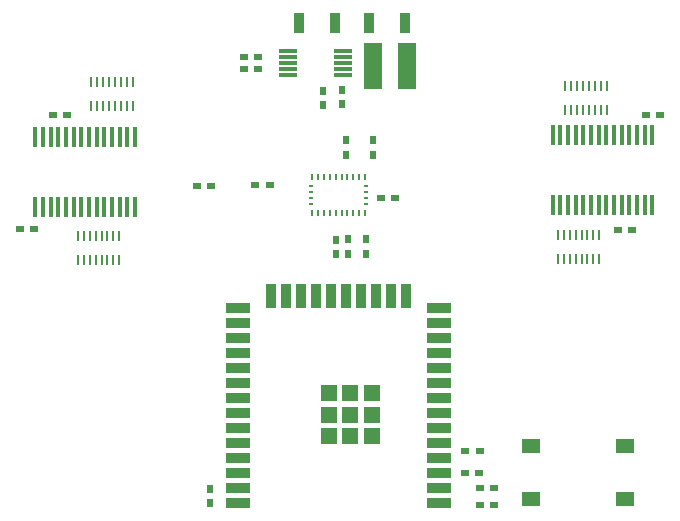
<source format=gbr>
G04 EAGLE Gerber RS-274X export*
G75*
%MOMM*%
%FSLAX34Y34*%
%LPD*%
%INSolderpaste Top*%
%IPPOS*%
%AMOC8*
5,1,8,0,0,1.08239X$1,22.5*%
G01*
%ADD10R,0.635000X0.610000*%
%ADD11R,0.914000X1.720000*%
%ADD12R,0.610000X0.635000*%
%ADD13R,1.600000X3.900000*%
%ADD14R,0.255600X0.804800*%
%ADD15R,1.550000X1.300000*%
%ADD16R,2.000000X0.900000*%
%ADD17R,0.900000X2.000000*%
%ADD18R,1.330000X1.330000*%
%ADD19R,0.381000X0.254000*%
%ADD20R,0.254000X0.482600*%
%ADD21R,0.404800X1.761997*%
%ADD22R,1.527900X0.299400*%


D10*
X441960Y59690D03*
X430020Y59690D03*
D11*
X288925Y422275D03*
X319405Y422275D03*
X379095Y422275D03*
X348615Y422275D03*
D10*
X441960Y13970D03*
X453900Y13970D03*
X441960Y27940D03*
X453900Y27940D03*
D12*
X345440Y226695D03*
X345440Y238635D03*
X351790Y310515D03*
X351790Y322455D03*
X330200Y226695D03*
X330200Y238635D03*
X328930Y310515D03*
X328930Y322455D03*
D13*
X351895Y385445D03*
X380895Y385445D03*
D12*
X213360Y27305D03*
X213360Y15365D03*
D14*
X113310Y351965D03*
X118310Y351965D03*
X123310Y351965D03*
X128310Y351965D03*
X133310Y351965D03*
X138310Y351965D03*
X143310Y351965D03*
X148310Y351965D03*
X148310Y371935D03*
X143310Y371935D03*
X138310Y371935D03*
X133310Y371935D03*
X128310Y371935D03*
X123310Y371935D03*
X118310Y371935D03*
X113310Y371935D03*
D10*
X358140Y273685D03*
X370080Y273685D03*
X92710Y344170D03*
X80770Y344170D03*
X582930Y344170D03*
X594870Y344170D03*
D12*
X320040Y238125D03*
X320040Y226185D03*
X325755Y365125D03*
X325755Y353185D03*
X309245Y352425D03*
X309245Y364365D03*
D10*
X254635Y382905D03*
X242695Y382905D03*
X254635Y393065D03*
X242695Y393065D03*
X429260Y40640D03*
X441200Y40640D03*
X214630Y283845D03*
X202690Y283845D03*
X264160Y285115D03*
X252220Y285115D03*
X558800Y246380D03*
X570740Y246380D03*
X64770Y247650D03*
X52830Y247650D03*
D14*
X514630Y348155D03*
X519630Y348155D03*
X524630Y348155D03*
X529630Y348155D03*
X534630Y348155D03*
X539630Y348155D03*
X544630Y348155D03*
X549630Y348155D03*
X549630Y368125D03*
X544630Y368125D03*
X539630Y368125D03*
X534630Y368125D03*
X529630Y368125D03*
X524630Y368125D03*
X519630Y368125D03*
X514630Y368125D03*
X136880Y241125D03*
X131880Y241125D03*
X126880Y241125D03*
X121880Y241125D03*
X116880Y241125D03*
X111880Y241125D03*
X106880Y241125D03*
X101880Y241125D03*
X101880Y221155D03*
X106880Y221155D03*
X111880Y221155D03*
X116880Y221155D03*
X121880Y221155D03*
X126880Y221155D03*
X131880Y221155D03*
X136880Y221155D03*
X543280Y242395D03*
X538280Y242395D03*
X533280Y242395D03*
X528280Y242395D03*
X523280Y242395D03*
X518280Y242395D03*
X513280Y242395D03*
X508280Y242395D03*
X508280Y222425D03*
X513280Y222425D03*
X518280Y222425D03*
X523280Y222425D03*
X528280Y222425D03*
X533280Y222425D03*
X538280Y222425D03*
X543280Y222425D03*
D15*
X565150Y19050D03*
X565150Y64050D03*
X485650Y19050D03*
X485650Y64050D03*
D16*
X407670Y180340D03*
X407670Y167640D03*
X407670Y154940D03*
X407670Y142240D03*
X407670Y129540D03*
X407670Y116840D03*
X407670Y104140D03*
X407670Y91440D03*
X407670Y78740D03*
X407670Y66040D03*
X407670Y53340D03*
X407670Y40640D03*
X407670Y27940D03*
X407670Y15240D03*
X237670Y180340D03*
X237670Y167640D03*
X237670Y154940D03*
X237670Y142240D03*
X237670Y129540D03*
X237670Y116840D03*
X237670Y104140D03*
X237670Y91440D03*
X237670Y78740D03*
X237670Y66040D03*
X237670Y53340D03*
X237670Y40640D03*
X237670Y27940D03*
X237670Y15240D03*
D17*
X379820Y190340D03*
X367120Y190340D03*
X354420Y190340D03*
X341720Y190340D03*
X329020Y190340D03*
X316320Y190340D03*
X303620Y190340D03*
X290920Y190340D03*
X278220Y190340D03*
X265520Y190340D03*
D18*
X332670Y90240D03*
X314320Y90240D03*
X351020Y90240D03*
X351020Y71890D03*
X332670Y71890D03*
X314320Y71890D03*
X351020Y108590D03*
X332670Y108590D03*
X314320Y108590D03*
D19*
X299454Y283725D03*
X299454Y278725D03*
X299454Y273725D03*
X299454Y268725D03*
D20*
X300080Y260604D03*
X305080Y260604D03*
X310080Y260604D03*
X315080Y260604D03*
X320080Y260604D03*
X325080Y260604D03*
X330080Y260604D03*
X335080Y260604D03*
X340080Y260604D03*
X345080Y260604D03*
D19*
X345706Y268725D03*
X345706Y273725D03*
X345706Y278725D03*
X345706Y283725D03*
D20*
X345080Y291846D03*
X340080Y291846D03*
X335080Y291846D03*
X330080Y291846D03*
X325080Y291846D03*
X320080Y291846D03*
X315080Y291846D03*
X310080Y291846D03*
X305080Y291846D03*
X300080Y291846D03*
D21*
X65700Y266200D03*
X72200Y266200D03*
X78700Y266200D03*
X85200Y266200D03*
X91700Y266200D03*
X98200Y266200D03*
X104700Y266200D03*
X111200Y266200D03*
X117700Y266200D03*
X124200Y266200D03*
X130700Y266200D03*
X137200Y266200D03*
X143700Y266200D03*
X150200Y266200D03*
X150200Y325620D03*
X143700Y325620D03*
X137200Y325620D03*
X130700Y325620D03*
X124200Y325620D03*
X117700Y325620D03*
X111200Y325620D03*
X104700Y325620D03*
X98200Y325620D03*
X91700Y325620D03*
X85200Y325620D03*
X78700Y325620D03*
X72200Y325620D03*
X65700Y325620D03*
X588350Y326890D03*
X581850Y326890D03*
X575350Y326890D03*
X568850Y326890D03*
X562350Y326890D03*
X555850Y326890D03*
X549350Y326890D03*
X542850Y326890D03*
X536350Y326890D03*
X529850Y326890D03*
X523350Y326890D03*
X516850Y326890D03*
X510350Y326890D03*
X503850Y326890D03*
X503850Y267470D03*
X510350Y267470D03*
X516850Y267470D03*
X523350Y267470D03*
X529850Y267470D03*
X536350Y267470D03*
X542850Y267470D03*
X549350Y267470D03*
X555850Y267470D03*
X562350Y267470D03*
X568850Y267470D03*
X575350Y267470D03*
X581850Y267470D03*
X588350Y267470D03*
D22*
X279762Y397985D03*
X279762Y392985D03*
X279762Y387985D03*
X279762Y382985D03*
X279762Y377985D03*
X326029Y377985D03*
X326029Y382985D03*
X326029Y387985D03*
X326029Y392985D03*
X326029Y397985D03*
M02*

</source>
